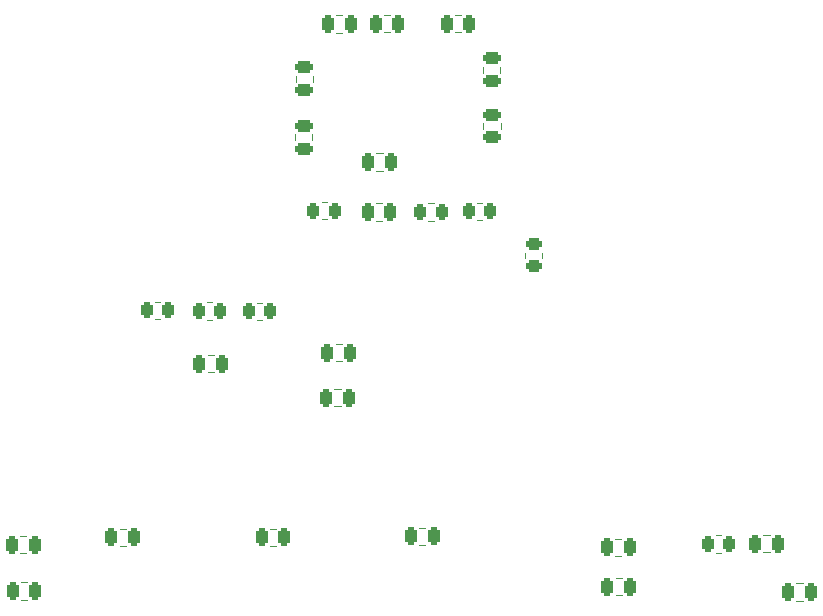
<source format=gbo>
G04 #@! TF.GenerationSoftware,KiCad,Pcbnew,8.0.5*
G04 #@! TF.CreationDate,2024-10-19T15:21:04+01:00*
G04 #@! TF.ProjectId,GfxVGA,47667856-4741-42e6-9b69-6361645f7063,rev?*
G04 #@! TF.SameCoordinates,Original*
G04 #@! TF.FileFunction,Legend,Bot*
G04 #@! TF.FilePolarity,Positive*
%FSLAX46Y46*%
G04 Gerber Fmt 4.6, Leading zero omitted, Abs format (unit mm)*
G04 Created by KiCad (PCBNEW 8.0.5) date 2024-10-19 15:21:04*
%MOMM*%
%LPD*%
G01*
G04 APERTURE LIST*
G04 Aperture macros list*
%AMRoundRect*
0 Rectangle with rounded corners*
0 $1 Rounding radius*
0 $2 $3 $4 $5 $6 $7 $8 $9 X,Y pos of 4 corners*
0 Add a 4 corners polygon primitive as box body*
4,1,4,$2,$3,$4,$5,$6,$7,$8,$9,$2,$3,0*
0 Add four circle primitives for the rounded corners*
1,1,$1+$1,$2,$3*
1,1,$1+$1,$4,$5*
1,1,$1+$1,$6,$7*
1,1,$1+$1,$8,$9*
0 Add four rect primitives between the rounded corners*
20,1,$1+$1,$2,$3,$4,$5,0*
20,1,$1+$1,$4,$5,$6,$7,0*
20,1,$1+$1,$6,$7,$8,$9,0*
20,1,$1+$1,$8,$9,$2,$3,0*%
G04 Aperture macros list end*
%ADD10C,0.120000*%
%ADD11C,2.850000*%
%ADD12RoundRect,0.249999X0.525001X0.525001X-0.525001X0.525001X-0.525001X-0.525001X0.525001X-0.525001X0*%
%ADD13C,1.550000*%
%ADD14C,4.000000*%
%ADD15R,1.600000X1.600000*%
%ADD16C,1.600000*%
%ADD17R,1.700000X1.700000*%
%ADD18O,1.700000X1.700000*%
%ADD19RoundRect,0.250000X-0.250000X-0.475000X0.250000X-0.475000X0.250000X0.475000X-0.250000X0.475000X0*%
%ADD20RoundRect,0.250000X-0.475000X0.250000X-0.475000X-0.250000X0.475000X-0.250000X0.475000X0.250000X0*%
%ADD21RoundRect,0.250000X0.262500X0.450000X-0.262500X0.450000X-0.262500X-0.450000X0.262500X-0.450000X0*%
%ADD22RoundRect,0.250000X0.475000X-0.250000X0.475000X0.250000X-0.475000X0.250000X-0.475000X-0.250000X0*%
%ADD23RoundRect,0.250000X0.250000X0.475000X-0.250000X0.475000X-0.250000X-0.475000X0.250000X-0.475000X0*%
%ADD24RoundRect,0.250000X-0.450000X0.262500X-0.450000X-0.262500X0.450000X-0.262500X0.450000X0.262500X0*%
%ADD25RoundRect,0.250000X-0.262500X-0.450000X0.262500X-0.450000X0.262500X0.450000X-0.262500X0.450000X0*%
G04 APERTURE END LIST*
D10*
X184375652Y-127992200D02*
X183853148Y-127992200D01*
X184375652Y-129462200D02*
X183853148Y-129462200D01*
X160098000Y-88861652D02*
X160098000Y-88339148D01*
X161568000Y-88861652D02*
X161568000Y-88339148D01*
X171823052Y-128322400D02*
X171300548Y-128322400D01*
X171823052Y-129792400D02*
X171300548Y-129792400D01*
X140960436Y-108340000D02*
X141414564Y-108340000D01*
X140960436Y-109810000D02*
X141414564Y-109810000D01*
X160148800Y-93114348D02*
X160148800Y-93636852D01*
X161618800Y-93114348D02*
X161618800Y-93636852D01*
X146434636Y-99818600D02*
X146888764Y-99818600D01*
X146434636Y-101288600D02*
X146888764Y-101288600D01*
X136735436Y-108290000D02*
X137189564Y-108290000D01*
X136735436Y-109760000D02*
X137189564Y-109760000D01*
X158234252Y-83969000D02*
X157711748Y-83969000D01*
X158234252Y-85439000D02*
X157711748Y-85439000D01*
X151036548Y-99920200D02*
X151559052Y-99920200D01*
X151036548Y-101390200D02*
X151559052Y-101390200D01*
X147683748Y-84019800D02*
X148206252Y-84019800D01*
X147683748Y-85489800D02*
X148206252Y-85489800D01*
X129861252Y-127465000D02*
X129338748Y-127465000D01*
X129861252Y-128935000D02*
X129338748Y-128935000D01*
X136788748Y-112765000D02*
X137311252Y-112765000D01*
X136788748Y-114235000D02*
X137311252Y-114235000D01*
X121454852Y-128093800D02*
X120932348Y-128093800D01*
X121454852Y-129563800D02*
X120932348Y-129563800D01*
X163654000Y-104541764D02*
X163654000Y-104087636D01*
X165124000Y-104541764D02*
X165124000Y-104087636D01*
X160042164Y-99869400D02*
X159588036Y-99869400D01*
X160042164Y-101339400D02*
X159588036Y-101339400D01*
X155236252Y-127390000D02*
X154713748Y-127390000D01*
X155236252Y-128860000D02*
X154713748Y-128860000D01*
X180264164Y-128043000D02*
X179810036Y-128043000D01*
X180264164Y-129513000D02*
X179810036Y-129513000D01*
X132335436Y-108240000D02*
X132789564Y-108240000D01*
X132335436Y-109710000D02*
X132789564Y-109710000D01*
X151696948Y-83969000D02*
X152219452Y-83969000D01*
X151696948Y-85439000D02*
X152219452Y-85439000D01*
X144248400Y-89623652D02*
X144248400Y-89101148D01*
X145718400Y-89623652D02*
X145718400Y-89101148D01*
X144197600Y-94602052D02*
X144197600Y-94079548D01*
X145667600Y-94602052D02*
X145667600Y-94079548D01*
X148043052Y-115647000D02*
X147520548Y-115647000D01*
X148043052Y-117117000D02*
X147520548Y-117117000D01*
X121505652Y-132005400D02*
X120983148Y-132005400D01*
X121505652Y-133475400D02*
X120983148Y-133475400D01*
X151087348Y-95703800D02*
X151609852Y-95703800D01*
X151087348Y-97173800D02*
X151609852Y-97173800D01*
X171848452Y-131649800D02*
X171325948Y-131649800D01*
X171848452Y-133119800D02*
X171325948Y-133119800D01*
X142586252Y-127465000D02*
X142063748Y-127465000D01*
X142586252Y-128935000D02*
X142063748Y-128935000D01*
X148144652Y-111837000D02*
X147622148Y-111837000D01*
X148144652Y-113307000D02*
X147622148Y-113307000D01*
X155927364Y-99920200D02*
X155473236Y-99920200D01*
X155927364Y-101390200D02*
X155473236Y-101390200D01*
X186638748Y-132090000D02*
X187161252Y-132090000D01*
X186638748Y-133560000D02*
X187161252Y-133560000D01*
%LPC*%
D11*
X194075000Y-147218400D03*
X105175000Y-147218400D03*
D12*
X188995000Y-144678400D03*
D13*
X186455000Y-144678400D03*
X183915000Y-144678400D03*
X181375000Y-144678400D03*
X178835000Y-144678400D03*
X176295000Y-144678400D03*
X173755000Y-144678400D03*
X171215000Y-144678400D03*
X168675000Y-144678400D03*
X166135000Y-144678400D03*
X163595000Y-144678400D03*
X161055000Y-144678400D03*
X158515000Y-144678400D03*
X155975000Y-144678400D03*
X153435000Y-144678400D03*
X150895000Y-144678400D03*
X148355000Y-144678400D03*
X145815000Y-144678400D03*
X143275000Y-144678400D03*
X140735000Y-144678400D03*
X138195000Y-144678400D03*
X135655000Y-144678400D03*
X133115000Y-144678400D03*
X130575000Y-144678400D03*
X128035000Y-144678400D03*
X125495000Y-144678400D03*
X122955000Y-144678400D03*
X120415000Y-144678400D03*
X117875000Y-144678400D03*
X115335000Y-144678400D03*
X112795000Y-144678400D03*
X110255000Y-144678400D03*
X188995000Y-139598400D03*
X186455000Y-139598400D03*
X183915000Y-139598400D03*
X181375000Y-139598400D03*
X178835000Y-139598400D03*
X176295000Y-139598400D03*
X173755000Y-139598400D03*
X171215000Y-139598400D03*
X168675000Y-139598400D03*
X166135000Y-139598400D03*
X163595000Y-139598400D03*
X161055000Y-139598400D03*
X158515000Y-139598400D03*
X155975000Y-139598400D03*
X153435000Y-139598400D03*
X150895000Y-139598400D03*
X148355000Y-139598400D03*
X145815000Y-139598400D03*
X143275000Y-139598400D03*
X140735000Y-139598400D03*
X138195000Y-139598400D03*
X135655000Y-139598400D03*
X133115000Y-139598400D03*
X130575000Y-139598400D03*
X128035000Y-139598400D03*
X125495000Y-139598400D03*
X122955000Y-139598400D03*
X120415000Y-139598400D03*
X117875000Y-139598400D03*
X115335000Y-139598400D03*
X112795000Y-139598400D03*
X110255000Y-139598400D03*
D14*
X194970400Y-110445600D03*
X194970400Y-85445600D03*
D15*
X192920400Y-93630600D03*
D16*
X192920400Y-95920600D03*
X192920400Y-98210600D03*
X192920400Y-100500600D03*
X192920400Y-102790600D03*
X194900400Y-92485600D03*
X194900400Y-94775600D03*
X194900400Y-97065600D03*
X194900400Y-99355600D03*
X194900400Y-101645600D03*
X196880400Y-93630600D03*
X196880400Y-95920600D03*
X196880400Y-98210600D03*
X196880400Y-100500600D03*
X196880400Y-102790600D03*
D17*
X164998400Y-69240400D03*
D18*
X167538400Y-69240400D03*
X170078400Y-69240400D03*
X172618400Y-69240400D03*
X175158400Y-69240400D03*
X177698400Y-69240400D03*
D19*
X183164400Y-128727200D03*
X185064400Y-128727200D03*
D20*
X160833000Y-87650400D03*
X160833000Y-89550400D03*
D19*
X170611800Y-129057400D03*
X172511800Y-129057400D03*
D21*
X142100000Y-109075000D03*
X140275000Y-109075000D03*
D22*
X160883800Y-94325600D03*
X160883800Y-92425600D03*
D21*
X147574200Y-100553600D03*
X145749200Y-100553600D03*
X137875000Y-109025000D03*
X136050000Y-109025000D03*
D19*
X157023000Y-84704000D03*
X158923000Y-84704000D03*
D23*
X152247800Y-100655200D03*
X150347800Y-100655200D03*
X148895000Y-84754800D03*
X146995000Y-84754800D03*
D19*
X128650000Y-128200000D03*
X130550000Y-128200000D03*
D23*
X138000000Y-113500000D03*
X136100000Y-113500000D03*
D19*
X120243600Y-128828800D03*
X122143600Y-128828800D03*
D24*
X164389000Y-103402200D03*
X164389000Y-105227200D03*
D25*
X158902600Y-100604400D03*
X160727600Y-100604400D03*
D19*
X154025000Y-128125000D03*
X155925000Y-128125000D03*
D25*
X179124600Y-128778000D03*
X180949600Y-128778000D03*
D21*
X133475000Y-108975000D03*
X131650000Y-108975000D03*
D23*
X152908200Y-84704000D03*
X151008200Y-84704000D03*
D20*
X144983400Y-88412400D03*
X144983400Y-90312400D03*
X144932600Y-93390800D03*
X144932600Y-95290800D03*
D19*
X146831800Y-116382000D03*
X148731800Y-116382000D03*
X120294400Y-132740400D03*
X122194400Y-132740400D03*
D23*
X152298600Y-96438800D03*
X150398600Y-96438800D03*
D19*
X170637200Y-132384800D03*
X172537200Y-132384800D03*
X141375000Y-128200000D03*
X143275000Y-128200000D03*
X146933400Y-112572000D03*
X148833400Y-112572000D03*
D25*
X154787800Y-100655200D03*
X156612800Y-100655200D03*
D23*
X187850000Y-132825000D03*
X185950000Y-132825000D03*
%LPD*%
M02*

</source>
